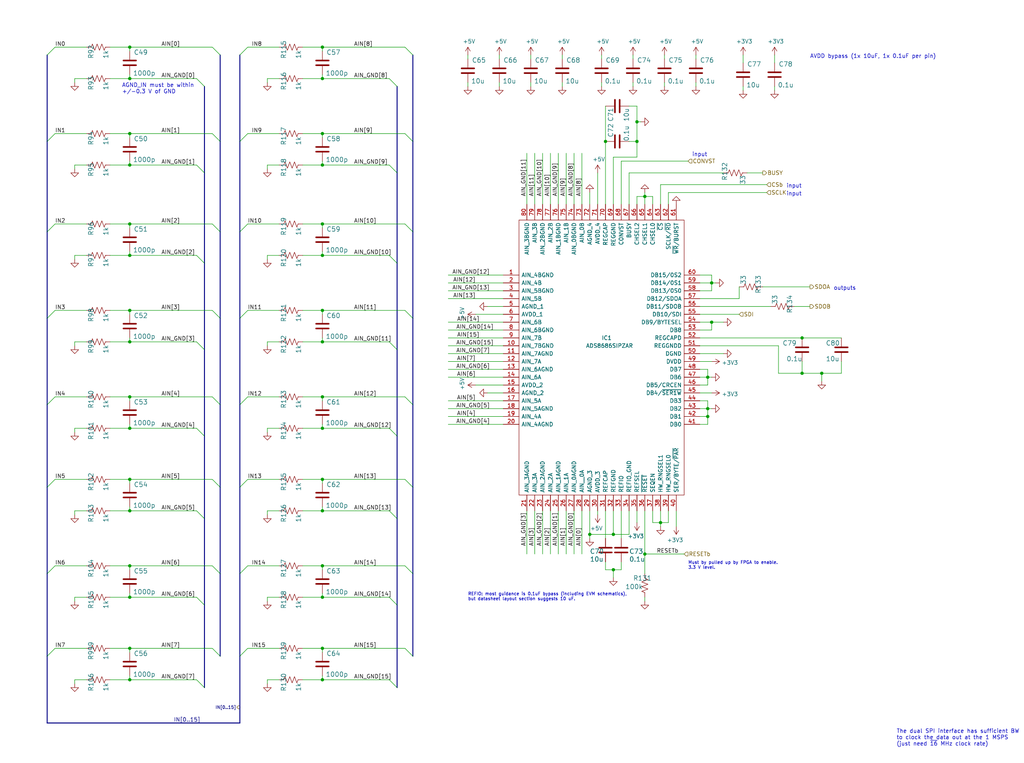
<source format=kicad_sch>
(kicad_sch (version 20211123) (generator eeschema)
  (paper "User" 330.784 246.558)
  (junction (at 104.14 82.55))
  (junction (at 104.14 15.24))
  (junction (at 41.91 72.39))
  (junction (at 198.12 184.15))
  (junction (at 41.91 209.55))
  (junction (at 104.14 43.18))
  (junction (at 41.91 53.34))
  (junction (at 104.14 154.94))
  (junction (at 104.14 72.39))
  (junction (at 41.91 110.49))
  (junction (at 104.14 209.55))
  (junction (at 228.6 132.08))
  (junction (at 41.91 43.18))
  (junction (at 104.14 25.4))
  (junction (at 104.14 128.27))
  (junction (at 104.14 53.34))
  (junction (at 259.08 109.22))
  (junction (at 205.74 45.72))
  (junction (at 41.91 15.24))
  (junction (at 104.14 165.1))
  (junction (at 104.14 193.04))
  (junction (at 41.91 25.4))
  (junction (at 208.28 63.5))
  (junction (at 229.87 91.44))
  (junction (at 190.5 172.72))
  (junction (at 41.91 165.1))
  (junction (at 265.43 120.65))
  (junction (at 104.14 100.33))
  (junction (at 259.08 120.65))
  (junction (at 41.91 138.43))
  (junction (at 104.14 138.43))
  (junction (at 213.36 168.91))
  (junction (at 195.58 45.72))
  (junction (at 104.14 110.49))
  (junction (at 208.28 179.07))
  (junction (at 104.14 219.71))
  (junction (at 41.91 128.27))
  (junction (at 41.91 182.88))
  (junction (at 41.91 154.94))
  (junction (at 205.74 39.37))
  (junction (at 104.14 182.88))
  (junction (at 41.91 100.33))
  (junction (at 41.91 219.71))
  (junction (at 198.12 172.72))
  (junction (at 228.6 134.62))
  (junction (at 41.91 193.04))
  (junction (at 229.87 104.14))
  (junction (at 228.6 121.92))
  (junction (at 41.91 82.55))
  (bus_entry (at 130.81 128.27) (size 2.54 2.54))
  (bus_entry (at 63.5 138.43) (size 2.54 2.54))
  (bus_entry (at 17.78 154.94) (size -2.54 2.54))
  (bus_entry (at 63.5 82.55) (size 2.54 2.54))
  (bus_entry (at 68.58 15.24) (size 2.54 2.54))
  (bus_entry (at 130.81 72.39) (size 2.54 2.54))
  (bus_entry (at 63.5 53.34) (size 2.54 2.54))
  (bus_entry (at 125.73 165.1) (size 2.54 2.54))
  (bus_entry (at 68.58 72.39) (size 2.54 2.54))
  (bus_entry (at 17.78 15.24) (size -2.54 2.54))
  (bus_entry (at 130.81 182.88) (size 2.54 2.54))
  (bus_entry (at 125.73 53.34) (size 2.54 2.54))
  (bus_entry (at 17.78 43.18) (size -2.54 2.54))
  (bus_entry (at 17.78 209.55) (size -2.54 2.54))
  (bus_entry (at 125.73 193.04) (size 2.54 2.54))
  (bus_entry (at 17.78 128.27) (size -2.54 2.54))
  (bus_entry (at 80.01 128.27) (size -2.54 2.54))
  (bus_entry (at 68.58 182.88) (size 2.54 2.54))
  (bus_entry (at 125.73 25.4) (size 2.54 2.54))
  (bus_entry (at 63.5 110.49) (size 2.54 2.54))
  (bus_entry (at 80.01 154.94) (size -2.54 2.54))
  (bus_entry (at 130.81 209.55) (size 2.54 2.54))
  (bus_entry (at 68.58 209.55) (size 2.54 2.54))
  (bus_entry (at 130.81 15.24) (size 2.54 2.54))
  (bus_entry (at 63.5 219.71) (size 2.54 2.54))
  (bus_entry (at 17.78 182.88) (size -2.54 2.54))
  (bus_entry (at 63.5 165.1) (size 2.54 2.54))
  (bus_entry (at 80.01 72.39) (size -2.54 2.54))
  (bus_entry (at 80.01 100.33) (size -2.54 2.54))
  (bus_entry (at 80.01 43.18) (size -2.54 2.54))
  (bus_entry (at 125.73 219.71) (size 2.54 2.54))
  (bus_entry (at 17.78 72.39) (size -2.54 2.54))
  (bus_entry (at 68.58 128.27) (size 2.54 2.54))
  (bus_entry (at 80.01 209.55) (size -2.54 2.54))
  (bus_entry (at 80.01 15.24) (size -2.54 2.54))
  (bus_entry (at 63.5 25.4) (size 2.54 2.54))
  (bus_entry (at 63.5 193.04) (size 2.54 2.54))
  (bus_entry (at 17.78 100.33) (size -2.54 2.54))
  (bus_entry (at 130.81 154.94) (size 2.54 2.54))
  (bus_entry (at 125.73 82.55) (size 2.54 2.54))
  (bus_entry (at 68.58 43.18) (size 2.54 2.54))
  (bus_entry (at 68.58 100.33) (size 2.54 2.54))
  (bus_entry (at 125.73 138.43) (size 2.54 2.54))
  (bus_entry (at 130.81 100.33) (size 2.54 2.54))
  (bus_entry (at 125.73 110.49) (size 2.54 2.54))
  (bus_entry (at 80.01 182.88) (size -2.54 2.54))
  (bus_entry (at 130.81 43.18) (size 2.54 2.54))
  (bus_entry (at 68.58 154.94) (size 2.54 2.54))
  (wire (pts (xy 41.91 100.33) (xy 68.58 100.33)))
  (wire (pts (xy 104.14 82.55) (xy 125.73 82.55)))
  (wire (pts (xy 41.91 193.04) (xy 63.5 193.04)))
  (wire (pts (xy 17.78 209.55) (xy 27.94 209.55)))
  (wire (pts (xy 41.91 72.39) (xy 35.56 72.39)))
  (wire (pts (xy 229.87 91.44) (xy 229.87 88.9)))
  (wire (pts (xy 104.14 128.27) (xy 97.79 128.27)))
  (wire (pts (xy 41.91 15.24) (xy 68.58 15.24)))
  (bus (pts (xy 15.24 212.09) (xy 15.24 233.68)))
  (wire (pts (xy 41.91 72.39) (xy 68.58 72.39)))
  (wire (pts (xy 238.76 92.71) (xy 238.76 96.52)))
  (wire (pts (xy 208.28 62.23) (xy 208.28 63.5)))
  (wire (pts (xy 182.88 165.1) (xy 182.88 179.07)))
  (wire (pts (xy 104.14 73.66) (xy 104.14 72.39)))
  (wire (pts (xy 203.2 55.88) (xy 233.68 55.88)))
  (wire (pts (xy 229.87 127) (xy 226.06 127)))
  (wire (pts (xy 215.9 66.04) (xy 215.9 62.23)))
  (wire (pts (xy 198.12 165.1) (xy 198.12 172.72)))
  (wire (pts (xy 41.91 184.15) (xy 41.91 182.88)))
  (wire (pts (xy 259.08 109.22) (xy 271.78 109.22)))
  (bus (pts (xy 15.24 45.72) (xy 15.24 74.93)))
  (wire (pts (xy 24.13 83.82) (xy 24.13 82.55)))
  (wire (pts (xy 41.91 43.18) (xy 68.58 43.18)))
  (wire (pts (xy 177.8 165.1) (xy 177.8 179.07)))
  (wire (pts (xy 24.13 193.04) (xy 27.94 193.04)))
  (wire (pts (xy 208.28 63.5) (xy 210.82 63.5)))
  (wire (pts (xy 35.56 110.49) (xy 41.91 110.49)))
  (wire (pts (xy 86.36 138.43) (xy 90.17 138.43)))
  (wire (pts (xy 86.36 83.82) (xy 86.36 82.55)))
  (wire (pts (xy 210.82 165.1) (xy 210.82 168.91)))
  (wire (pts (xy 190.5 62.23) (xy 190.5 66.04)))
  (wire (pts (xy 104.14 25.4) (xy 125.73 25.4)))
  (wire (pts (xy 41.91 138.43) (xy 63.5 138.43)))
  (bus (pts (xy 128.27 113.03) (xy 128.27 140.97)))
  (bus (pts (xy 71.12 45.72) (xy 71.12 74.93)))
  (wire (pts (xy 200.66 66.04) (xy 200.66 52.07)))
  (wire (pts (xy 41.91 73.66) (xy 41.91 72.39)))
  (wire (pts (xy 104.14 210.82) (xy 104.14 209.55)))
  (wire (pts (xy 229.87 88.9) (xy 226.06 88.9)))
  (wire (pts (xy 208.28 179.07) (xy 208.28 165.1)))
  (wire (pts (xy 162.56 129.54) (xy 144.78 129.54)))
  (bus (pts (xy 128.27 27.94) (xy 128.27 55.88)))
  (wire (pts (xy 86.36 25.4) (xy 90.17 25.4)))
  (bus (pts (xy 77.47 17.78) (xy 77.47 45.72)))
  (bus (pts (xy 77.47 185.42) (xy 77.47 212.09)))
  (wire (pts (xy 203.2 45.72) (xy 205.74 45.72)))
  (wire (pts (xy 213.36 66.04) (xy 213.36 59.69)))
  (bus (pts (xy 128.27 55.88) (xy 128.27 85.09)))
  (wire (pts (xy 104.14 44.45) (xy 104.14 43.18)))
  (bus (pts (xy 71.12 17.78) (xy 71.12 45.72)))
  (wire (pts (xy 104.14 193.04) (xy 125.73 193.04)))
  (wire (pts (xy 35.56 82.55) (xy 41.91 82.55)))
  (bus (pts (xy 77.47 157.48) (xy 77.47 185.42)))
  (wire (pts (xy 228.6 124.46) (xy 228.6 121.92)))
  (wire (pts (xy 80.01 128.27) (xy 90.17 128.27)))
  (wire (pts (xy 41.91 101.6) (xy 41.91 100.33)))
  (wire (pts (xy 214.63 26.67) (xy 214.63 27.94)))
  (wire (pts (xy 233.68 114.3) (xy 226.06 114.3)))
  (bus (pts (xy 133.35 17.78) (xy 133.35 45.72)))
  (wire (pts (xy 226.06 119.38) (xy 228.6 119.38)))
  (wire (pts (xy 17.78 128.27) (xy 27.94 128.27)))
  (wire (pts (xy 193.04 55.88) (xy 193.04 66.04)))
  (wire (pts (xy 24.13 166.37) (xy 24.13 165.1)))
  (bus (pts (xy 66.04 113.03) (xy 66.04 140.97)))
  (wire (pts (xy 86.36 54.61) (xy 86.36 53.34)))
  (wire (pts (xy 233.68 104.14) (xy 229.87 104.14)))
  (wire (pts (xy 80.01 72.39) (xy 90.17 72.39)))
  (wire (pts (xy 104.14 209.55) (xy 97.79 209.55)))
  (wire (pts (xy 213.36 168.91) (xy 215.9 168.91)))
  (wire (pts (xy 151.13 19.05) (xy 151.13 17.78)))
  (bus (pts (xy 71.12 102.87) (xy 71.12 130.81)))
  (wire (pts (xy 153.67 101.6) (xy 162.56 101.6)))
  (wire (pts (xy 35.56 25.4) (xy 41.91 25.4)))
  (wire (pts (xy 80.01 43.18) (xy 90.17 43.18)))
  (wire (pts (xy 265.43 123.19) (xy 265.43 120.65)))
  (bus (pts (xy 77.47 212.09) (xy 77.47 233.68)))
  (wire (pts (xy 251.46 120.65) (xy 259.08 120.65)))
  (wire (pts (xy 97.79 53.34) (xy 104.14 53.34)))
  (wire (pts (xy 104.14 43.18) (xy 97.79 43.18)))
  (wire (pts (xy 104.14 165.1) (xy 104.14 163.83)))
  (wire (pts (xy 104.14 15.24) (xy 97.79 15.24)))
  (wire (pts (xy 240.03 17.78) (xy 240.03 20.32)))
  (wire (pts (xy 208.28 179.07) (xy 220.98 179.07)))
  (wire (pts (xy 205.74 168.91) (xy 205.74 165.1)))
  (wire (pts (xy 162.56 124.46) (xy 153.67 124.46)))
  (wire (pts (xy 41.91 193.04) (xy 41.91 191.77)))
  (wire (pts (xy 226.06 111.76) (xy 251.46 111.76)))
  (wire (pts (xy 226.06 134.62) (xy 228.6 134.62)))
  (wire (pts (xy 104.14 43.18) (xy 130.81 43.18)))
  (wire (pts (xy 208.28 194.31) (xy 208.28 193.04)))
  (wire (pts (xy 187.96 49.53) (xy 187.96 66.04)))
  (wire (pts (xy 17.78 43.18) (xy 27.94 43.18)))
  (bus (pts (xy 15.24 102.87) (xy 15.24 130.81)))
  (wire (pts (xy 198.12 184.15) (xy 200.66 184.15)))
  (wire (pts (xy 259.08 120.65) (xy 265.43 120.65)))
  (wire (pts (xy 41.91 182.88) (xy 35.56 182.88)))
  (wire (pts (xy 229.87 104.14) (xy 226.06 104.14)))
  (wire (pts (xy 229.87 116.84) (xy 226.06 116.84)))
  (wire (pts (xy 205.74 63.5) (xy 208.28 63.5)))
  (wire (pts (xy 35.56 193.04) (xy 41.91 193.04)))
  (wire (pts (xy 224.79 17.78) (xy 224.79 19.05)))
  (wire (pts (xy 162.56 119.38) (xy 144.78 119.38)))
  (bus (pts (xy 133.35 45.72) (xy 133.35 74.93)))
  (wire (pts (xy 187.96 165.1) (xy 187.96 179.07)))
  (wire (pts (xy 162.56 109.22) (xy 144.78 109.22)))
  (wire (pts (xy 24.13 53.34) (xy 27.94 53.34)))
  (wire (pts (xy 271.78 120.65) (xy 271.78 116.84)))
  (wire (pts (xy 195.58 45.72) (xy 195.58 66.04)))
  (wire (pts (xy 231.14 91.44) (xy 229.87 91.44)))
  (wire (pts (xy 41.91 128.27) (xy 35.56 128.27)))
  (wire (pts (xy 104.14 182.88) (xy 130.81 182.88)))
  (wire (pts (xy 240.03 27.94) (xy 240.03 29.21)))
  (wire (pts (xy 86.36 110.49) (xy 90.17 110.49)))
  (wire (pts (xy 205.74 66.04) (xy 205.74 63.5)))
  (wire (pts (xy 97.79 193.04) (xy 104.14 193.04)))
  (wire (pts (xy 205.74 34.29) (xy 203.2 34.29)))
  (wire (pts (xy 151.13 26.67) (xy 151.13 27.94)))
  (wire (pts (xy 182.88 66.04) (xy 182.88 49.53)))
  (wire (pts (xy 104.14 72.39) (xy 97.79 72.39)))
  (bus (pts (xy 133.35 157.48) (xy 133.35 185.42)))
  (wire (pts (xy 175.26 165.1) (xy 175.26 179.07)))
  (wire (pts (xy 198.12 186.69) (xy 198.12 184.15)))
  (wire (pts (xy 228.6 119.38) (xy 228.6 121.92)))
  (wire (pts (xy 185.42 66.04) (xy 185.42 49.53)))
  (wire (pts (xy 24.13 26.67) (xy 24.13 25.4)))
  (wire (pts (xy 181.61 17.78) (xy 181.61 19.05)))
  (wire (pts (xy 104.14 16.51) (xy 104.14 15.24)))
  (bus (pts (xy 128.27 195.58) (xy 128.27 222.25)))
  (wire (pts (xy 162.56 114.3) (xy 144.78 114.3)))
  (wire (pts (xy 104.14 193.04) (xy 104.14 191.77)))
  (wire (pts (xy 86.36 82.55) (xy 90.17 82.55)))
  (wire (pts (xy 229.87 93.98) (xy 226.06 93.98)))
  (wire (pts (xy 80.01 154.94) (xy 90.17 154.94)))
  (wire (pts (xy 198.12 50.8) (xy 205.74 50.8)))
  (bus (pts (xy 128.27 85.09) (xy 128.27 113.03)))
  (wire (pts (xy 86.36 111.76) (xy 86.36 110.49)))
  (wire (pts (xy 24.13 82.55) (xy 27.94 82.55)))
  (wire (pts (xy 195.58 165.1) (xy 195.58 173.99)))
  (wire (pts (xy 259.08 116.84) (xy 259.08 120.65)))
  (wire (pts (xy 162.56 132.08) (xy 144.78 132.08)))
  (wire (pts (xy 256.54 99.06) (xy 261.62 99.06)))
  (bus (pts (xy 77.47 74.93) (xy 77.47 102.87)))
  (wire (pts (xy 41.91 129.54) (xy 41.91 128.27)))
  (wire (pts (xy 80.01 182.88) (xy 90.17 182.88)))
  (wire (pts (xy 86.36 219.71) (xy 90.17 219.71)))
  (wire (pts (xy 104.14 209.55) (xy 130.81 209.55)))
  (wire (pts (xy 250.19 17.78) (xy 250.19 20.32)))
  (wire (pts (xy 171.45 26.67) (xy 171.45 27.94)))
  (wire (pts (xy 104.14 110.49) (xy 104.14 109.22)))
  (wire (pts (xy 104.14 101.6) (xy 104.14 100.33)))
  (wire (pts (xy 208.28 63.5) (xy 208.28 66.04)))
  (wire (pts (xy 41.91 25.4) (xy 41.91 24.13)))
  (wire (pts (xy 104.14 100.33) (xy 130.81 100.33)))
  (wire (pts (xy 203.2 66.04) (xy 203.2 55.88)))
  (bus (pts (xy 133.35 102.87) (xy 133.35 130.81)))
  (wire (pts (xy 97.79 82.55) (xy 104.14 82.55)))
  (wire (pts (xy 226.06 109.22) (xy 259.08 109.22)))
  (wire (pts (xy 162.56 104.14) (xy 144.78 104.14)))
  (wire (pts (xy 228.6 132.08) (xy 229.87 132.08)))
  (wire (pts (xy 24.13 138.43) (xy 27.94 138.43)))
  (wire (pts (xy 215.9 62.23) (xy 247.65 62.23)))
  (wire (pts (xy 226.06 106.68) (xy 229.87 106.68)))
  (wire (pts (xy 177.8 66.04) (xy 177.8 49.53)))
  (wire (pts (xy 104.14 53.34) (xy 125.73 53.34)))
  (wire (pts (xy 172.72 66.04) (xy 172.72 49.53)))
  (wire (pts (xy 24.13 54.61) (xy 24.13 53.34)))
  (wire (pts (xy 193.04 165.1) (xy 193.04 166.37)))
  (wire (pts (xy 104.14 154.94) (xy 130.81 154.94)))
  (bus (pts (xy 71.12 130.81) (xy 71.12 157.48)))
  (bus (pts (xy 66.04 195.58) (xy 66.04 222.25)))
  (wire (pts (xy 162.56 96.52) (xy 144.78 96.52)))
  (wire (pts (xy 228.6 121.92) (xy 226.06 121.92)))
  (wire (pts (xy 215.9 168.91) (xy 215.9 165.1)))
  (bus (pts (xy 66.04 85.09) (xy 66.04 113.03)))
  (wire (pts (xy 195.58 181.61) (xy 195.58 184.15)))
  (wire (pts (xy 80.01 209.55) (xy 90.17 209.55)))
  (wire (pts (xy 41.91 165.1) (xy 63.5 165.1)))
  (wire (pts (xy 180.34 66.04) (xy 180.34 49.53)))
  (wire (pts (xy 210.82 168.91) (xy 213.36 168.91)))
  (wire (pts (xy 171.45 19.05) (xy 171.45 17.78)))
  (wire (pts (xy 226.06 124.46) (xy 228.6 124.46)))
  (wire (pts (xy 104.14 138.43) (xy 104.14 137.16)))
  (wire (pts (xy 104.14 182.88) (xy 97.79 182.88)))
  (wire (pts (xy 229.87 121.92) (xy 228.6 121.92)))
  (wire (pts (xy 198.12 66.04) (xy 198.12 50.8)))
  (bus (pts (xy 133.35 130.81) (xy 133.35 157.48)))
  (wire (pts (xy 185.42 165.1) (xy 185.42 179.07)))
  (wire (pts (xy 162.56 134.62) (xy 144.78 134.62)))
  (wire (pts (xy 104.14 184.15) (xy 104.14 182.88)))
  (wire (pts (xy 162.56 137.16) (xy 144.78 137.16)))
  (wire (pts (xy 198.12 172.72) (xy 203.2 172.72)))
  (wire (pts (xy 41.91 110.49) (xy 63.5 110.49)))
  (wire (pts (xy 162.56 88.9) (xy 144.78 88.9)))
  (wire (pts (xy 205.74 50.8) (xy 205.74 45.72)))
  (wire (pts (xy 24.13 165.1) (xy 27.94 165.1)))
  (wire (pts (xy 228.6 137.16) (xy 226.06 137.16)))
  (wire (pts (xy 80.01 100.33) (xy 90.17 100.33)))
  (wire (pts (xy 97.79 165.1) (xy 104.14 165.1)))
  (wire (pts (xy 41.91 43.18) (xy 35.56 43.18)))
  (wire (pts (xy 250.19 29.21) (xy 250.19 27.94)))
  (wire (pts (xy 228.6 132.08) (xy 228.6 134.62)))
  (wire (pts (xy 41.91 53.34) (xy 41.91 52.07)))
  (wire (pts (xy 24.13 220.98) (xy 24.13 219.71)))
  (wire (pts (xy 41.91 165.1) (xy 41.91 163.83)))
  (bus (pts (xy 128.27 167.64) (xy 128.27 195.58)))
  (wire (pts (xy 86.36 194.31) (xy 86.36 193.04)))
  (wire (pts (xy 218.44 170.18) (xy 218.44 165.1)))
  (wire (pts (xy 41.91 53.34) (xy 63.5 53.34)))
  (wire (pts (xy 203.2 172.72) (xy 203.2 165.1)))
  (wire (pts (xy 41.91 154.94) (xy 68.58 154.94)))
  (wire (pts (xy 35.56 165.1) (xy 41.91 165.1)))
  (wire (pts (xy 190.5 172.72) (xy 190.5 165.1)))
  (bus (pts (xy 133.35 185.42) (xy 133.35 212.09)))
  (bus (pts (xy 15.24 185.42) (xy 15.24 212.09)))
  (wire (pts (xy 180.34 165.1) (xy 180.34 179.07)))
  (wire (pts (xy 162.56 121.92) (xy 144.78 121.92)))
  (wire (pts (xy 246.38 92.71) (xy 261.62 92.71)))
  (wire (pts (xy 17.78 72.39) (xy 27.94 72.39)))
  (wire (pts (xy 41.91 138.43) (xy 41.91 137.16)))
  (wire (pts (xy 41.91 110.49) (xy 41.91 109.22)))
  (wire (pts (xy 200.66 52.07) (xy 222.25 52.07)))
  (wire (pts (xy 41.91 154.94) (xy 35.56 154.94)))
  (wire (pts (xy 24.13 110.49) (xy 27.94 110.49)))
  (bus (pts (xy 66.04 140.97) (xy 66.04 167.64)))
  (bus (pts (xy 77.47 102.87) (xy 77.47 130.81)))
  (bus (pts (xy 66.04 27.94) (xy 66.04 55.88)))
  (wire (pts (xy 104.14 138.43) (xy 125.73 138.43)))
  (wire (pts (xy 86.36 193.04) (xy 90.17 193.04)))
  (wire (pts (xy 226.06 101.6) (xy 238.76 101.6)))
  (wire (pts (xy 41.91 209.55) (xy 68.58 209.55)))
  (wire (pts (xy 104.14 15.24) (xy 130.81 15.24)))
  (wire (pts (xy 228.6 129.54) (xy 228.6 132.08)))
  (wire (pts (xy 213.36 170.18) (xy 213.36 168.91)))
  (wire (pts (xy 204.47 27.94) (xy 204.47 26.67)))
  (wire (pts (xy 104.14 219.71) (xy 104.14 218.44)))
  (bus (pts (xy 15.24 74.93) (xy 15.24 102.87)))
  (wire (pts (xy 104.14 110.49) (xy 125.73 110.49)))
  (wire (pts (xy 210.82 63.5) (xy 210.82 66.04)))
  (wire (pts (xy 41.91 219.71) (xy 63.5 219.71)))
  (bus (pts (xy 71.12 157.48) (xy 71.12 185.42)))
  (wire (pts (xy 41.91 156.21) (xy 41.91 154.94)))
  (wire (pts (xy 200.66 165.1) (xy 200.66 173.99)))
  (wire (pts (xy 104.14 219.71) (xy 125.73 219.71)))
  (wire (pts (xy 86.36 165.1) (xy 90.17 165.1)))
  (bus (pts (xy 15.24 130.81) (xy 15.24 157.48)))
  (wire (pts (xy 35.56 138.43) (xy 41.91 138.43)))
  (wire (pts (xy 170.18 66.04) (xy 170.18 49.53)))
  (wire (pts (xy 86.36 139.7) (xy 86.36 138.43)))
  (wire (pts (xy 17.78 182.88) (xy 27.94 182.88)))
  (wire (pts (xy 194.31 19.05) (xy 194.31 17.78)))
  (wire (pts (xy 208.28 179.07) (xy 208.28 185.42)))
  (wire (pts (xy 190.5 173.99) (xy 190.5 172.72)))
  (wire (pts (xy 162.56 106.68) (xy 144.78 106.68)))
  (wire (pts (xy 226.06 129.54) (xy 228.6 129.54)))
  (wire (pts (xy 265.43 120.65) (xy 271.78 120.65)))
  (wire (pts (xy 41.91 82.55) (xy 63.5 82.55)))
  (wire (pts (xy 97.79 219.71) (xy 104.14 219.71)))
  (wire (pts (xy 104.14 128.27) (xy 130.81 128.27)))
  (bus (pts (xy 66.04 167.64) (xy 66.04 195.58)))
  (wire (pts (xy 104.14 53.34) (xy 104.14 52.07)))
  (wire (pts (xy 17.78 154.94) (xy 27.94 154.94)))
  (wire (pts (xy 175.26 66.04) (xy 175.26 49.53)))
  (wire (pts (xy 226.06 91.44) (xy 229.87 91.44)))
  (wire (pts (xy 226.06 132.08) (xy 228.6 132.08)))
  (wire (pts (xy 213.36 59.69) (xy 247.65 59.69)))
  (wire (pts (xy 24.13 219.71) (xy 27.94 219.71)))
  (wire (pts (xy 80.01 15.24) (xy 90.17 15.24)))
  (wire (pts (xy 226.06 99.06) (xy 248.92 99.06)))
  (wire (pts (xy 205.74 45.72) (xy 205.74 39.37)))
  (wire (pts (xy 97.79 138.43) (xy 104.14 138.43)))
  (wire (pts (xy 207.01 39.37) (xy 205.74 39.37)))
  (bus (pts (xy 71.12 74.93) (xy 71.12 102.87)))
  (bus (pts (xy 66.04 55.88) (xy 66.04 85.09)))
  (wire (pts (xy 104.14 100.33) (xy 97.79 100.33)))
  (wire (pts (xy 229.87 106.68) (xy 229.87 104.14)))
  (wire (pts (xy 204.47 19.05) (xy 204.47 17.78)))
  (wire (pts (xy 213.36 165.1) (xy 213.36 168.91)))
  (wire (pts (xy 161.29 27.94) (xy 161.29 26.67)))
  (wire (pts (xy 17.78 15.24) (xy 27.94 15.24)))
  (wire (pts (xy 41.91 44.45) (xy 41.91 43.18)))
  (wire (pts (xy 35.56 53.34) (xy 41.91 53.34)))
  (bus (pts (xy 133.35 74.93) (xy 133.35 102.87)))
  (wire (pts (xy 228.6 134.62) (xy 228.6 137.16)))
  (wire (pts (xy 251.46 111.76) (xy 251.46 120.65)))
  (wire (pts (xy 97.79 110.49) (xy 104.14 110.49)))
  (wire (pts (xy 181.61 26.67) (xy 181.61 27.94)))
  (wire (pts (xy 86.36 166.37) (xy 86.36 165.1)))
  (bus (pts (xy 77.47 130.81) (xy 77.47 157.48)))
  (wire (pts (xy 41.91 100.33) (xy 35.56 100.33)))
  (wire (pts (xy 195.58 184.15) (xy 198.12 184.15)))
  (wire (pts (xy 104.14 82.55) (xy 104.14 81.28)))
  (wire (pts (xy 200.66 181.61) (xy 200.66 184.15)))
  (wire (pts (xy 241.3 55.88) (xy 246.38 55.88)))
  (wire (pts (xy 104.14 156.21) (xy 104.14 154.94)))
  (wire (pts (xy 17.78 100.33) (xy 27.94 100.33)))
  (wire (pts (xy 41.91 82.55) (xy 41.91 81.28)))
  (wire (pts (xy 190.5 172.72) (xy 198.12 172.72)))
  (wire (pts (xy 86.36 53.34) (xy 90.17 53.34)))
  (wire (pts (xy 24.13 139.7) (xy 24.13 138.43)))
  (wire (pts (xy 41.91 182.88) (xy 68.58 182.88)))
  (wire (pts (xy 104.14 129.54) (xy 104.14 128.27)))
  (wire (pts (xy 195.58 45.72) (xy 195.58 34.29)))
  (wire (pts (xy 104.14 72.39) (xy 130.81 72.39)))
  (wire (pts (xy 97.79 25.4) (xy 104.14 25.4)))
  (wire (pts (xy 41.91 219.71) (xy 41.91 218.44)))
  (wire (pts (xy 224.79 26.67) (xy 224.79 27.94)))
  (wire (pts (xy 162.56 116.84) (xy 144.78 116.84)))
  (wire (pts (xy 170.18 165.1) (xy 170.18 179.07)))
  (wire (pts (xy 35.56 219.71) (xy 41.91 219.71)))
  (bus (pts (xy 77.47 233.68) (xy 15.24 233.68)))
  (wire (pts (xy 24.13 110.49) (xy 24.13 111.76)))
  (bus (pts (xy 15.24 157.48) (xy 15.24 185.42)))
  (wire (pts (xy 86.36 220.98) (xy 86.36 219.71)))
  (bus (pts (xy 71.12 185.42) (xy 71.12 212.09)))
  (wire (pts (xy 205.74 39.37) (xy 205.74 34.29)))
  (wire (pts (xy 162.56 111.76) (xy 144.78 111.76)))
  (bus (pts (xy 15.24 17.78) (xy 15.24 45.72)))
  (wire (pts (xy 41.91 16.51) (xy 41.91 15.24)))
  (wire (pts (xy 157.48 99.06) (xy 162.56 99.06)))
  (wire (pts (xy 157.48 127) (xy 162.56 127)))
  (wire (pts (xy 41.91 210.82) (xy 41.91 209.55)))
  (wire (pts (xy 226.06 96.52) (xy 238.76 96.52)))
  (wire (pts (xy 24.13 194.31) (xy 24.13 193.04)))
  (wire (pts (xy 41.91 128.27) (xy 68.58 128.27)))
  (wire (pts (xy 162.56 91.44) (xy 144.78 91.44)))
  (wire (pts (xy 104.14 25.4) (xy 104.14 24.13)))
  (wire (pts (xy 41.91 25.4) (xy 63.5 25.4)))
  (wire (pts (xy 86.36 26.67) (xy 86.36 25.4)))
  (wire (pts (xy 172.72 165.1) (xy 172.72 179.07)))
  (bus (pts (xy 128.27 140.97) (xy 128.27 167.64)))
  (wire (pts (xy 162.56 93.98) (xy 144.78 93.98)))
  (wire (pts (xy 161.29 19.05) (xy 161.29 17.78)))
  (wire (pts (xy 104.14 165.1) (xy 125.73 165.1)))
  (wire (pts (xy 229.87 91.44) (xy 229.87 93.98)))
  (wire (pts (xy 214.63 19.05) (xy 214.63 17.78)))
  (wire (pts (xy 41.91 209.55) (xy 35.56 209.55)))
  (wire (pts (xy 24.13 25.4) (xy 27.94 25.4)))
  (bus (pts (xy 77.47 45.72) (xy 77.47 74.93)))
  (wire (pts (xy 104.14 154.94) (xy 97.79 154.94)))
  (wire (pts (xy 41.91 15.24) (xy 35.56 15.24)))
  (wire (pts (xy 194.31 26.67) (xy 194.31 27.94)))
  (text "Must by pulled up by FPGA to enable.\n3.3 V level." (at 222.25 184.15 0) (effects (font (size 0.9906 0.9906)) (justify left bottom)))
  (text "outputs" (at 269.24 93.98 0) (effects (font (size 1.27 1.27)) (justify left bottom)))
  (text "input" (at 223.52 50.8 0) (effects (font (size 1.27 1.27)) (justify left bottom)))
  (text "AGND_IN must be within \n+/-0.3 V of GND" (at 39.37 30.48 0) (effects (font (size 1.27 1.27)) (justify left bottom)))
  (text "AVDD bypass (1x 10uF, 1x 0.1uF per pin)" (at 261.62 19.05 0) (effects (font (size 1.27 1.27)) (justify left bottom)))
  (text "input" (at 254 63.5 0) (effects (font (size 1.27 1.27)) (justify left bottom)))
  (text "input" (at 254 60.96 0) (effects (font (size 1.27 1.27)) (justify left bottom)))
  (text "The dual SPI interface has sufficient BW \nto clock the data out at the 1 MSPS \n(just need ~{16} MHz clock rate)" (at 289.56 241.3 0) (effects (font (size 1.27 1.27)) (justify left bottom)))
  (text "REFIO: most guidance is 0.1uF bypass (including EVM schematics), \nbut datasheet layout section suggests 10 uF." (at 151.13 194.31 0) (effects (font (size 0.9906 0.9906)) (justify left bottom)))
  (label "IN5" (at 17.78 154.94 0))
  (label "AIN_GND[13]" (at 114.3 165.1 0))
  (label "AIN_GND[14]" (at 114.3 193.04 0))
  (label "AIN[11]" (at 114.3 100.33 0))
  (label "AIN_GND[12]" (at 114.3 138.43 0))
  (label "AIN_GND[11]" (at 114.3 110.49 0))
  (label "AIN[14]" (at 154.94 104.14 180))
  (label "IN3" (at 17.78 100.33 0))
  (label "AIN[2]" (at 52.07 72.39 0))
  (label "RESETb" (at 212.09 179.07 0))
  (label "IN4" (at 17.78 128.27 0))
  (label "AIN_GND[5]" (at 147.32 132.08 0))
  (label "AIN_GND[2]" (at 175.26 176.53 90))
  (label "AIN[2]" (at 177.8 176.53 90))
  (label "AIN[8]" (at 187.96 63.5 90))
  (label "AIN_GND[4]" (at 52.07 138.43 0))
  (label "AIN_GND[12]" (at 146.05 88.9 0))
  (label "AIN[8]" (at 114.3 15.24 0))
  (label "IN6" (at 17.78 182.88 0))
  (label "AIN_GND[15]" (at 147.32 111.76 0))
  (label "IN13" (at 80.01 154.94 0))
  (label "AIN_GND[15]" (at 114.3 219.71 0))
  (label "AIN[6]" (at 52.07 182.88 0))
  (label "AIN[13]" (at 114.3 154.94 0))
  (label "IN12" (at 80.01 128.27 0))
  (label "AIN_GND[6]" (at 52.07 193.04 0))
  (label "AIN[0]" (at 52.07 15.24 0))
  (label "AIN[3]" (at 172.72 176.53 90))
  (label "IN11" (at 80.01 100.33 0))
  (label "AIN_GND[3]" (at 170.18 176.53 90))
  (label "AIN[4]" (at 153.67 134.62 180))
  (label "AIN_GND[14]" (at 147.32 106.68 0))
  (label "AIN[4]" (at 52.07 128.27 0))
  (label "AIN_GND[10]" (at 114.3 82.55 0))
  (label "AIN[9]" (at 114.3 43.18 0))
  (label "AIN[11]" (at 172.72 63.5 90))
  (label "AIN_GND[6]" (at 147.32 119.38 0))
  (label "AIN[5]" (at 153.67 129.54 180))
  (label "AIN[9]" (at 182.88 63.5 90))
  (label "AIN[12]" (at 153.67 91.44 180))
  (label "AIN[0]" (at 187.96 176.53 90))
  (label "AIN_GND[9]" (at 180.34 63.5 90))
  (label "AIN_GND[10]" (at 175.26 63.5 90))
  (label "AIN[5]" (at 52.07 154.94 0))
  (label "AIN[6]" (at 153.67 121.92 180))
  (label "IN0" (at 17.78 15.24 0))
  (label "AIN_GND[11]" (at 170.18 63.5 90))
  (label "AIN[1]" (at 182.88 176.53 90))
  (label "AIN_GND[2]" (at 52.07 82.55 0))
  (label "AIN_GND[5]" (at 52.07 165.1 0))
  (label "IN9" (at 81.28 43.18 0))
  (label "IN7" (at 17.78 209.55 0))
  (label "IN2" (at 17.78 72.39 0))
  (label "AIN_GND[9]" (at 114.3 53.34 0))
  (label "AIN_GND[0]" (at 52.07 25.4 0))
  (label "AIN[7]" (at 153.67 116.84 180))
  (label "AIN_GND[0]" (at 185.42 176.53 90))
  (label "IN[0..15]" (at 64.77 233.68 180))
  (label "IN10" (at 80.01 72.39 0))
  (label "AIN_GND[8]" (at 114.3 25.4 0))
  (label "IN15" (at 81.28 209.55 0))
  (label "AIN[10]" (at 114.3 72.39 0))
  (label "AIN[14]" (at 114.3 182.88 0))
  (label "IN14" (at 81.28 182.88 0))
  (label "AIN_GND[13]" (at 146.05 93.98 0))
  (label "AIN[15]" (at 154.94 109.22 180))
  (label "AIN[1]" (at 52.07 43.18 0))
  (label "AIN_GND[7]" (at 147.32 114.3 0))
  (label "AIN[13]" (at 153.67 96.52 180))
  (label "AIN_GND[3]" (at 52.07 110.49 0))
  (label "AIN[7]" (at 52.07 209.55 0))
  (label "AIN[3]" (at 52.07 100.33 0))
  (label "AIN_GND[1]" (at 180.34 176.53 90))
  (label "AIN[10]" (at 177.8 63.5 90))
  (label "IN1" (at 17.78 43.18 0))
  (label "IN8" (at 81.28 15.24 0))
  (label "AIN[12]" (at 114.3 128.27 0))
  (label "AIN[15]" (at 114.3 209.55 0))
  (label "AIN_GND[8]" (at 185.42 63.5 90))
  (label "AIN_GND[4]" (at 147.32 137.16 0))
  (label "AIN_GND[7]" (at 52.07 219.71 0))
  (label "AIN_GND[1]" (at 52.07 53.34 0))
  (hierarchical_label "IN[0..15]" (shape output) (at 77.47 228.6 180) (effects (font (size 0.9906 0.9906))))
  (hierarchical_label "CONVST" (shape input) (at 222.25 52.07 0))
  (hierarchical_label "SCLK" (shape input) (at 247.65 62.23 0))
  (hierarchical_label "RESETb" (shape input) (at 220.98 179.07 0))
  (hierarchical_label "SDI" (shape input) (at 238.76 101.6 0))
  (hierarchical_label "BUSY" (shape output) (at 246.38 55.88 0))
  (hierarchical_label "SDOA" (shape output) (at 261.62 92.71 0))
  (hierarchical_label "SDOB" (shape output) (at 261.62 99.06 0))
  (hierarchical_label "CSb" (shape input) (at 247.65 59.69 0))
  (symbol (lib_id "power:GND") (at 224.79 27.94 0) (unit 1)
    (property "Reference" "#GND0121" (effects hide))
    (property "Value" "GND" (effects hide))
  )
  (symbol (lib_id "covg-kicad:ADS8686SIPZAR") (at 162.56 88.9 0) (unit 1)
    (property "Reference" "IC1" (at 194.31 109.22 0) (effects (justify left)))
    (property "Value" "ADS8686SIPZAR" (at 189.23 111.76 0) (effects (justify left)))
    (property "Footprint" "Package_QFP:LQFP-80_14x14mm_P0.65mm" (effects hide))
    (property "Datasheet" "https://www.ti.com/lit/gpn/ADS8686S" (effects hide))
    (property "Description" "Analog to Digital Converters - ADC 16-channel 16-bit 1-MSPS dual simultaneous-sampling ADC with integrated analog front end (AFE)" (effects hide))
    (property "Height" "1.6" (effects hide))
    (property "Manf#" "ADS8686SIPZAR" (effects hide))
    (property "Manufacturer_Name" "Texas Instruments" (effects hide))
    (property "Manufacturer_Part_Number" "ADS8686SIPZAR" (effects hide))
    (property "Mouser Part Number" "595-ADS8686SIPZAR" (effects hide))
    (property "Mouser Price/Stock" "https://www.mouser.co.uk/ProductDetail/Texas-Instruments/ADS8686SIPZAR/?qs=xZ%2FP%252Ba9zWqahOWZgBjtpsg%3D%3D" (effects hide))
  )
  (symbol (lib_id "power:GND") (at 86.36 54.61 0) (unit 1)
    (property "Reference" "#GND0103" (effects hide))
    (property "Value" "GND" (effects hide))
  )
  (symbol (lib_id "power:GND") (at 86.36 83.82 0) (unit 1)
    (property "Reference" "#GND0104" (effects hide))
    (property "Value" "GND" (effects hide))
  )
  (symbol (lib_id "power:GND") (at 86.36 111.76 0) (unit 1)
    (property "Reference" "#GND0269" (effects hide))
    (property "Value" "GND" (effects hide))
  )
  (symbol (lib_id "power:GND") (at 86.36 139.7 0) (unit 1)
    (property "Reference" "#GND0270" (effects hide))
    (property "Value" "GND" (effects hide))
  )
  (symbol (lib_id "power:GND") (at 86.36 166.37 0) (unit 1)
    (property "Reference" "#GND0271" (effects hide))
    (property "Value" "GND" (effects hide))
  )
  (symbol (lib_id "power:GND") (at 86.36 194.31 0) (unit 1)
    (property "Reference" "#GND0272" (effects hide))
    (property "Value" "GND" (effects hide))
  )
  (symbol (lib_id "power:GND") (at 86.36 220.98 0) (unit 1)
    (property "Reference" "#GND0273" (effects hide))
    (property "Value" "GND" (effects hide))
  )
  (symbol (lib_id "Device:C") (at 204.47 22.86 0) (unit 1)
    (property "Reference" "C74" (at 205.74 20.32 0) (effects (font (size 1.4986 1.4986)) (justify left bottom)))
    (property "Value" "0.1u" (at 205.486 27.051 0) (effects (font (size 1.4986 1.4986)) (justify left bottom)))
    (property "Footprint" "Capacitor_SMD:C_0603_1608Metric" (effects hide))
    (property "Manf#" "CL10B104KA8NFNC" (effects hide))
    (property "Manufacturer_Name" "Samsung" (effects hide))
    (property "Tolerance" "10%" (effects hide))
    (property "voltage" "25" (effects hide))
  )
  (symbol (lib_id "Device:C") (at 214.63 22.86 0) (unit 1)
    (property "Reference" "C75" (at 215.9 20.32 0) (effects (font (size 1.4986 1.4986)) (justify left bottom)))
    (property "Value" "0.1u" (at 215.646 27.051 0) (effects (font (size 1.4986 1.4986)) (justify left bottom)))
    (property "Footprint" "Capacitor_SMD:C_0603_1608Metric" (effects hide))
    (property "Manf#" "CL10B104KA8NFNC" (effects hide))
    (property "Manufacturer_Name" "Samsung" (effects hide))
    (property "Tolerance" "10%" (effects hide))
    (property "voltage" "25" (effects hide))
  )
  (symbol (lib_id "Device:C") (at 224.79 22.86 0) (unit 1)
    (property "Reference" "C76" (at 226.06 20.32 0) (effects (font (size 1.4986 1.4986)) (justify left bottom)))
    (property "Value" "0.1u" (at 225.806 27.051 0) (effects (font (size 1.4986 1.4986)) (justify left bottom)))
    (property "Footprint" "Capacitor_SMD:C_0603_1608Metric" (effects hide))
    (property "Manf#" "CL10B104KA8NFNC" (effects hide))
    (property "Manufacturer_Name" "Samsung" (effects hide))
    (property "Tolerance" "10%" (effects hide))
    (property "voltage" "25" (effects hide))
  )
  (symbol (lib_id "power:+5V") (at 224.79 17.78 0) (unit 1)
    (property "Reference" "#PWR0151" (effects hide))
    (property "Value" "+5V" (at 225.171 13.3858 0))
  )
  (symbol (lib_id "Device:C") (at 151.13 22.86 0) (unit 1)
    (property "Reference" "C65" (at 152.4 20.32 0) (effects (font (size 1.4986 1.4986)) (justify left bottom)))
    (property "Value" "10u" (at 152.146 27.051 0) (effects (font (size 1.4986 1.4986)) (justify left bottom)))
    (property "Footprint" "Capacitor_SMD:C_0603_1608Metric" (effects hide))
    (property "Manf#" "JMK107ABJ106KAHT" (effects hide))
    (property "Tolerance" "10%" (effects hide))
    (property "voltage" "6.3V" (effects hide))
  )
  (symbol (lib_id "power:GND") (at 151.13 27.94 0) (unit 1)
    (property "Reference" "#GND0105" (effects hide))
    (property "Value" "GND" (effects hide))
  )
  (symbol (lib_id "power:GND") (at 171.45 27.94 0) (unit 1)
    (property "Reference" "#GND0109" (effects hide))
    (property "Value" "GND" (effects hide))
  )
  (symbol (lib_id "power:GND") (at 181.61 27.94 0) (unit 1)
    (property "Reference" "#GND0110" (effects hide))
    (property "Value" "GND" (effects hide))
  )
  (symbol (lib_id "power:GND") (at 161.29 27.94 0) (unit 1)
    (property "Reference" "#GND0108" (effects hide))
    (property "Value" "GND" (effects hide))
  )
  (symbol (lib_id "power:+5V") (at 161.29 17.78 0) (unit 1)
    (property "Reference" "#PWR0140" (effects hide))
    (property "Value" "+5V" (at 161.671 13.3858 0))
  )
  (symbol (lib_id "power:+5V") (at 171.45 17.78 0) (unit 1)
    (property "Reference" "#PWR0141" (effects hide))
    (property "Value" "+5V" (at 171.831 13.3858 0))
  )
  (symbol (lib_id "power:+5V") (at 151.13 17.78 0) (unit 1)
    (property "Reference" "#PWR0137" (effects hide))
    (property "Value" "+5V" (at 151.511 13.3858 0))
  )
  (symbol (lib_id "power:+5V") (at 181.61 17.78 0) (unit 1)
    (property "Reference" "#PWR0142" (effects hide))
    (property "Value" "+5V" (at 181.991 13.3858 0))
  )
  (symbol (lib_id "Device:C") (at 161.29 22.86 0) (unit 1)
    (property "Reference" "C66" (at 162.56 20.32 0) (effects (font (size 1.4986 1.4986)) (justify left bottom)))
    (property "Value" "10u" (at 162.306 27.051 0) (effects (font (size 1.4986 1.4986)) (justify left bottom)))
    (property "Footprint" "Capacitor_SMD:C_0603_1608Metric" (effects hide))
    (property "Manf#" "JMK107ABJ106KAHT" (effects hide))
    (property "Tolerance" "10%" (effects hide))
    (property "voltage" "6.3V" (effects hide))
  )
  (symbol (lib_id "Device:C") (at 171.45 22.86 0) (unit 1)
    (property "Reference" "C67" (at 172.72 20.32 0) (effects (font (size 1.4986 1.4986)) (justify left bottom)))
    (property "Value" "10u" (at 172.466 27.051 0) (effects (font (size 1.4986 1.4986)) (justify left bottom)))
    (property "Footprint" "Capacitor_SMD:C_0603_1608Metric" (effects hide))
    (property "Manf#" "JMK107ABJ106KAHT" (effects hide))
    (property "Tolerance" "10%" (effects hide))
    (property "voltage" "6.3V" (effects hide))
  )
  (symbol (lib_id "Device:C") (at 181.61 22.86 0) (unit 1)
    (property "Reference" "C68" (at 182.88 20.32 0) (effects (font (size 1.4986 1.4986)) (justify left bottom)))
    (property "Value" "10u" (at 182.626 27.051 0) (effects (font (size 1.4986 1.4986)) (justify left bottom)))
    (property "Footprint" "Capacitor_SMD:C_0603_1608Metric" (effects hide))
    (property "Manf#" "JMK107ABJ106KAHT" (effects hide))
    (property "Tolerance" "10%" (effects hide))
    (property "voltage" "6.3V" (effects hide))
  )
  (symbol (lib_id "Device:C") (at 240.03 24.13 0) (unit 1)
    (property "Reference" "C77" (at 241.3 21.59 0) (effects (font (size 1.4986 1.4986)) (justify left bottom)))
    (property "Value" "10u" (at 241.046 28.321 0) (effects (font (size 1.4986 1.4986)) (justify left bottom)))
    (property "Footprint" "Capacitor_SMD:C_0603_1608Metric" (effects hide))
    (property "Manf#" "JMK107ABJ106KA-T" (effects hide))
    (property "Tolerance" "10%" (effects hide))
    (property "voltage" "6.3V" (effects hide))
  )
  (symbol (lib_id "power:GND") (at 240.03 29.21 0) (unit 1)
    (property "Reference" "#GND0127" (effects hide))
    (property "Value" "GND" (effects hide))
  )
  (symbol (lib_id "power:GND") (at 250.19 29.21 0) (unit 1)
    (property "Reference" "#GND0128" (effects hide))
    (property "Value" "GND" (effects hide))
  )
  (symbol (lib_id "power:+3.3V") (at 240.03 17.78 0) (unit 1)
    (property "Reference" "#PWR0154" (effects hide))
    (property "Value" "+3.3V" (at 240.411 13.3858 0))
  )
  (symbol (lib_id "power:+3.3V") (at 250.19 17.78 0) (unit 1)
    (property "Reference" "#PWR0155" (effects hide))
    (property "Value" "+3.3V" (at 250.571 13.3858 0))
  )
  (symbol (lib_id "Device:C") (at 250.19 24.13 0) (unit 1)
    (property "Reference" "C78" (at 251.46 21.59 0) (effects (font (size 1.4986 1.4986)) (justify left bottom)))
    (property "Value" "0.1u" (at 251.206 28.321 0) (effects (font (size 1.4986 1.4986)) (justify left bottom)))
    (property "Footprint" "Capacitor_SMD:C_0603_1608Metric" (effects hide))
    (property "Manf#" "CL10B104KA8NFNC" (effects hide))
    (property "Manufacturer_Name" "Samsung" (effects hide))
    (property "Tolerance" "10%" (effects hide))
    (property "voltage" "25" (effects hide))
  )
  (symbol (lib_id "Device:C") (at 200.66 177.8 0) (unit 1)
    (property "Reference" "C73" (at 203.2 179.07 0) (effects (font (size 1.4986 1.4986)) (justify left bottom)))
    (property "Value" "0.1u" (at 203.2 181.61 0) (effects (font (size 1.4986 1.4986)) (justify left bottom)))
    (property "Footprint" "Capacitor_SMD:C_0603_1608Metric" (effects hide))
    (property "Manf#" "CL10B104KA8NFNC" (effects hide))
    (property "Manufacturer_Name" "Samsung" (effects hide))
    (property "Tolerance" "10%" (effects hide))
    (property "voltage" "25" (effects hide))
  )
  (symbol (lib_id "power:GND") (at 198.12 186.69 0) (unit 1)
    (property "Reference" "#GND0113" (effects hide))
    (property "Value" "GND" (effects hide))
  )
  (symbol (lib_id "Device:C") (at 195.58 177.8 0) (unit 1)
    (property "Reference" "C70" (at 190.5 179.07 0) (effects (font (size 1.4986 1.4986)) (justify left bottom)))
    (property "Value" "10u" (at 190.5 181.61 0) (effects (font (size 1.4986 1.4986)) (justify left bottom)))
    (property "Footprint" "Capacitor_SMD:C_0805_2012Metric" (effects hide))
    (property "Manf#" "GRM21BR70J106KA73L" (effects hide))
    (property "Tolerance" "10%" (effects hide))
    (property "voltage" "6.3V" (effects hide))
  )
  (symbol (lib_id "power:+5V") (at 193.04 166.37 180) (unit 1)
    (property "Reference" "#PWR0145" (effects hide))
    (property "Value" "+5V" (at 192.659 170.7642 0))
  )
  (symbol (lib_id "Device:C") (at 271.78 113.03 0) (unit 1)
    (property "Reference" "C80" (at 266.7 111.76 0) (effects (font (size 1.4986 1.4986)) (justify left bottom)))
    (property "Value" "10u" (at 266.7 116.84 0) (effects (font (size 1.4986 1.4986)) (justify left bottom)))
    (property "Footprint" "Capacitor_SMD:C_0805_2012Metric" (effects hide))
    (property "Manf#" "GRM21BR70J106KA73L" (effects hide))
    (property "Tolerance" "10%" (effects hide))
    (property "voltage" "6.3V" (effects hide))
  )
  (symbol (lib_id "Device:C") (at 259.08 113.03 0) (unit 1)
    (property "Reference" "C79" (at 252.73 111.76 0) (effects (font (size 1.4986 1.4986)) (justify left bottom)))
    (property "Value" "0.1u" (at 254 116.84 0) (effects (font (size 1.4986 1.4986)) (justify left bottom)))
    (property "Footprint" "Capacitor_SMD:C_0603_1608Metric" (effects hide))
    (property "Manf#" "CL10B104KA8NFNC" (effects hide))
    (property "Manufacturer_Name" "Samsung" (effects hide))
    (property "Tolerance" "10%" (effects hide))
    (property "voltage" "25" (effects hide))
  )
  (symbol (lib_id "power:GND") (at 265.43 123.19 0) (unit 1)
    (property "Reference" "#GND0129" (effects hide))
    (property "Value" "GND" (effects hide))
  )
  (symbol (lib_id "power:GND") (at 157.48 99.06 270) (unit 1)
    (property "Reference" "#GND0106" (effects hide))
    (property "Value" "GND" (effects hide))
  )
  (symbol (lib_id "power:+5V") (at 153.67 101.6 90) (unit 1)
    (property "Reference" "#PWR0138" (effects hide))
    (property "Value" "+5V" (at 149.2758 101.219 0))
  )
  (symbol (lib_id "power:+5V") (at 193.04 55.88 0) (unit 1)
    (property "Reference" "#PWR0143" (effects hide))
    (property "Value" "+5V" (at 193.421 51.4858 0))
  )
  (symbol (lib_id "Device:C") (at 41.91 214.63 0) (unit 1)
    (property "Reference" "C56" (at 43.18 212.09 0) (effects (font (size 1.4986 1.4986)) (justify left bottom)))
    (property "Value" "1000p" (at 42.926 218.821 0) (effects (font (size 1.4986 1.4986)) (justify left bottom)))
    (property "Footprint" "Capacitor_SMD:C_0603_1608Metric" (effects hide))
    (property "Manf#" "CC0603JRNPO9BN102" (effects hide))
    (property "Tolerance" "5%" (effects hide))
    (property "voltage" "50V" (effects hide))
  )
  (symbol (lib_id "Device:R_US") (at 31.75 209.55 90) (unit 1)
    (property "Reference" "R999" (at 30.2514 213.36 0) (effects (font (size 1.4986 1.4986)) (justify left bottom)))
    (property "Value" "1k" (at 35.052 213.36 0) (effects (font (size 1.4986 1.4986)) (justify left bottom)))
    (property "Footprint" "Resistor_SMD:R_0603_1608Metric" (effects hide))
    (property "Manf#" "RC0603FR-071KL" (effects hide))
    (property "Power" "0.1W" (effects hide))
    (property "Tolerance" "1%" (effects hide))
  )
  (symbol (lib_id "power:GND") (at 24.13 220.98 0) (unit 1)
    (property "Reference" "#GND096" (effects hide))
    (property "Value" "GND" (effects hide))
  )
  (symbol (lib_id "power:+3.3V") (at 229.87 116.84 270) (unit 1)
    (property "Reference" "#PWR0152" (effects hide))
    (property "Value" "+3.3V" (at 233.1212 117.221 90) (effects (justify left)))
  )
  (symbol (lib_id "power:GND") (at 233.68 114.3 90) (unit 1)
    (property "Reference" "#GND0126" (effects hide))
    (property "Value" "GND" (effects hide))
  )
  (symbol (lib_id "Device:C") (at 41.91 187.96 0) (unit 1)
    (property "Reference" "C55" (at 43.18 185.42 0) (effects (font (size 1.4986 1.4986)) (justify left bottom)))
    (property "Value" "1000p" (at 42.926 192.151 0) (effects (font (size 1.4986 1.4986)) (justify left bottom)))
    (property "Footprint" "Capacitor_SMD:C_0603_1608Metric" (effects hide))
    (property "Manf#" "CC0603JRNPO9BN102" (effects hide))
    (property "Tolerance" "5%" (effects hide))
    (property "voltage" "50V" (effects hide))
  )
  (symbol (lib_id "Device:R_US") (at 31.75 182.88 90) (unit 1)
    (property "Reference" "R104" (at 30.2514 186.69 0) (effects (font (size 1.4986 1.4986)) (justify left bottom)))
    (property "Value" "1k" (at 35.052 186.69 0) (effects (font (size 1.4986 1.4986)) (justify left bottom)))
    (property "Footprint" "Resistor_SMD:R_0603_1608Metric" (effects hide))
    (property "Manf#" "RC0603FR-071KL" (effects hide))
    (property "Power" "0.1W" (effects hide))
    (property "Tolerance" "1%" (effects hide))
  )
  (symbol (lib_id "power:GND") (at 24.13 194.31 0) (unit 1)
    (property "Reference" "#GND095" (effects hide))
    (property "Value" "GND" (effects hide))
  )
  (symbol (lib_id "Device:C") (at 41.91 160.02 0) (unit 1)
    (property "Reference" "C54" (at 43.18 157.48 0) (effects (font (size 1.4986 1.4986)) (justify left bottom)))
    (property "Value" "1000p" (at 42.926 164.211 0) (effects (font (size 1.4986 1.4986)) (justify left bottom)))
    (property "Footprint" "Capacitor_SMD:C_0603_1608Metric" (effects hide))
    (property "Manf#" "CC0603JRNPO9BN102" (effects hide))
    (property "Tolerance" "5%" (effects hide))
    (property "voltage" "50V" (effects hide))
  )
  (symbol (lib_id "Device:R_US") (at 31.75 154.94 90) (unit 1)
    (property "Reference" "R102" (at 30.2514 158.75 0) (effects (font (size 1.4986 1.4986)) (justify left bottom)))
    (property "Value" "1k" (at 35.052 158.75 0) (effects (font (size 1.4986 1.4986)) (justify left bottom)))
    (property "Footprint" "Resistor_SMD:R_0603_1608Metric" (effects hide))
    (property "Manf#" "RC0603FR-071KL" (effects hide))
    (property "Power" "0.1W" (effects hide))
    (property "Tolerance" "1%" (effects hide))
  )
  (symbol (lib_id "power:GND") (at 24.13 166.37 0) (unit 1)
    (property "Reference" "#GND094" (effects hide))
    (property "Value" "GND" (effects hide))
  )
  (symbol (lib_id "Device:C") (at 41.91 133.35 0) (unit 1)
    (property "Reference" "C53" (at 43.18 130.81 0) (effects (font (size 1.4986 1.4986)) (justify left bottom)))
    (property "Value" "1000p" (at 42.926 137.541 0) (effects (font (size 1.4986 1.4986)) (justify left bottom)))
    (property "Footprint" "Capacitor_SMD:C_0603_1608Metric" (effects hide))
    (property "Manf#" "CC0603JRNPO9BN102" (effects hide))
    (property "Tolerance" "5%" (effects hide))
    (property "voltage" "50V" (effects hide))
  )
  (symbol (lib_id "Device:R_US") (at 31.75 128.27 90) (unit 1)
    (property "Reference" "R100" (at 30.2514 132.08 0) (effects (font (size 1.4986 1.4986)) (justify left bottom)))
    (property "Value" "1k" (at 35.052 132.08 0) (effects (font (size 1.4986 1.4986)) (justify left bottom)))
    (property "Footprint" "Resistor_SMD:R_0603_1608Metric" (effects hide))
    (property "Manf#" "RC0603FR-071KL" (effects hide))
    (property "Power" "0.1W" (effects hide))
    (property "Tolerance" "1%" (effects hide))
  )
  (symbol (lib_id "power:GND") (at 24.13 139.7 0) (unit 1)
    (property "Reference" "#GND093" (effects hide))
    (property "Value" "GND" (effects hide))
  )
  (symbol (lib_id "Device:C") (at 41.91 105.41 0) (unit 1)
    (property "Reference" "C52" (at 43.18 102.87 0) (effects (font (size 1.4986 1.4986)) (justify left bottom)))
    (property "Value" "1000p" (at 42.926 109.601 0) (effects (font (size 1.4986 1.4986)) (justify left bottom)))
    (property "Footprint" "Capacitor_SMD:C_0603_1608Metric" (effects hide))
    (property "Manf#" "CC0603JRNPO9BN102" (effects hide))
    (property "Tolerance" "5%" (effects hide))
    (property "voltage" "50V" (effects hide))
  )
  (symbol (lib_id "Device:R_US") (at 31.75 100.33 90) (unit 1)
    (property "Reference" "R98" (at 30.2514 104.14 0) (effects (font (size 1.4986 1.4986)) (justify left bottom)))
    (property "Value" "1k" (at 35.052 104.14 0) (effects (font (size 1.4986 1.4986)) (justify left bottom)))
    (property "Footprint" "Resistor_SMD:R_0603_1608Metric" (effects hide))
    (property "Manf#" "RC0603FR-071KL" (effects hide))
    (property "Power" "0.1W" (effects hide))
    (property "Tolerance" "1%" (effects hide))
  )
  (symbol (lib_id "power:GND") (at 24.13 111.76 0) (unit 1)
    (property "Reference" "#GND092" (effects hide))
    (property "Value" "GND" (effects hide))
  )
  (symbol (lib_id "Device:C") (at 41.91 77.47 0) (unit 1)
    (property "Reference" "C51" (at 43.18 74.93 0) (effects (font (size 1.4986 1.4986)) (justify left bottom)))
    (property "Value" "1000p" (at 42.926 81.661 0) (effects (font (size 1.4986 1.4986)) (justify left bottom)))
    (property "Footprint" "Capacitor_SMD:C_0603_1608Metric" (effects hide))
    (property "Manf#" "CC0603JRNPO9BN102" (effects hide))
    (property "Tolerance" "5%" (effects hide))
    (property "voltage" "50V" (effects hide))
  )
  (symbol (lib_id "Device:R_US") (at 31.75 72.39 90) (unit 1)
    (property "Reference" "R96" (at 30.2514 76.2 0) (effects (font (size 1.4986 1.4986)) (justify left bottom)))
    (property "Value" "1k" (at 35.052 76.2 0) (effects (font (size 1.4986 1.4986)) (justify left bottom)))
    (property "Footprint" "Resistor_SMD:R_0603_1608Metric" (effects hide))
    (property "Manf#" "RC0603FR-071KL" (effects hide))
    (property "Power" "0.1W" (effects hide))
    (property "Tolerance" "1%" (effects hide))
  )
  (symbol (lib_id "power:GND") (at 24.13 83.82 0) (unit 1)
    (property "Reference" "#GND091" (effects hide))
    (property "Value" "GND" (effects hide))
  )
  (symbol (lib_id "Device:C") (at 41.91 48.26 0) (unit 1)
    (property "Reference" "C50" (at 43.18 45.72 0) (effects (font (size 1.4986 1.4986)) (justify left bottom)))
    (property "Value" "1000p" (at 42.926 52.451 0) (effects (font (size 1.4986 1.4986)) (justify left bottom)))
    (property "Footprint" "Capacitor_SMD:C_0603_1608Metric" (effects hide))
    (property "Manf#" "CC0603JRNPO9BN102" (effects hide))
    (property "Tolerance" "5%" (effects hide))
    (property "voltage" "50V" (effects hide))
  )
  (symbol (lib_id "Device:R_US") (at 31.75 43.18 90) (unit 1)
    (property "Reference" "R94" (at 30.2514 46.99 0) (effects (font (size 1.4986 1.4986)) (justify left bottom)))
    (property "Value" "1k" (at 35.052 46.99 0) (effects (font (size 1.4986 1.4986)) (justify left bottom)))
    (property "Footprint" "Resistor_SMD:R_0603_1608Metric" (effects hide))
    (property "Manf#" "RC0603FR-071KL" (effects hide))
    (property "Power" "0.1W" (effects hide))
    (property "Tolerance" "1%" (effects hide))
  )
  (symbol (lib_id "power:GND") (at 24.13 54.61 0) (unit 1)
    (property "Reference" "#GND090" (effects hide))
    (property "Value" "GND" (effects hide))
  )
  (symbol (lib_id "Device:C") (at 41.91 20.32 0) (unit 1)
    (property "Reference" "C49" (at 43.18 17.78 0) (effects (font (size 1.4986 1.4986)) (justify left bottom)))
    (property "Value" "1000p" (at 42.926 24.511 0) (effects (font (size 1.4986 1.4986)) (justify left bottom)))
    (property "Footprint" "Capacitor_SMD:C_0603_1608Metric" (effects hide))
    (property "Manf#" "CC0603JRNPO9BN102" (effects hide))
    (property "Tolerance" "5%" (effects hide))
    (property "voltage" "50V" (effects hide))
  )
  (symbol (lib_id "Device:R_US") (at 31.75 15.24 90) (unit 1)
    (property "Reference" "R92" (at 30.2514 19.05 0) (effects (font (size 1.4986 1.4986)) (justify left bottom)))
    (property "Value" "1k" (at 35.052 19.05 0) (effects (font (size 1.4986 1.4986)) (justify left bottom)))
    (property "Footprint" "Resistor_SMD:R_0603_1608Metric" (effects hide))
    (property "Manf#" "RC0603FR-071KL" (effects hide))
    (property "Power" "0.1W" (effects hide))
    (property "Tolerance" "1%" (effects hide))
  )
  (symbol (lib_id "power:GND") (at 24.13 26.67 0) (unit 1)
    (property "Reference" "#GND089" (effects hide))
    (property "Value" "GND" (effects hide))
  )
  (symbol (lib_id "power:GND") (at 190.5 62.23 180) (unit 1)
    (property "Reference" "#GND0281" (effects hide))
    (property "Value" "GND" (effects hide))
  )
  (symbol (lib_id "power:+5V") (at 153.67 124.46 90) (unit 1)
    (property "Reference" "#PWR0139" (effects hide))
    (property "Value" "+5V" (at 149.2758 124.079 0))
  )
  (symbol (lib_id "power:GND") (at 157.48 127 270) (unit 1)
    (property "Reference" "#GND0107" (effects hide))
    (property "Value" "GND" (effects hide))
  )
  (symbol (lib_id "power:GND") (at 190.5 173.99 0) (unit 1)
    (property "Reference" "#GND0111" (effects hide))
    (property "Value" "GND" (effects hide))
  )
  (symbol (lib_id "Device:C") (at 199.39 34.29 90) (unit 1)
    (property "Reference" "C71" (at 198.12 39.37 0) (effects (font (size 1.4986 1.4986)) (justify left bottom)))
    (property "Value" "10u" (at 203.2 39.37 0) (effects (font (size 1.4986 1.4986)) (justify left bottom)))
    (property "Footprint" "Capacitor_SMD:C_0805_2012Metric" (effects hide))
    (property "Manf#" "GRM21BR70J106KA73L" (effects hide))
    (property "Tolerance" "10%" (effects hide))
    (property "voltage" "6.3V" (effects hide))
  )
  (symbol (lib_id "Device:C") (at 199.39 45.72 90) (unit 1)
    (property "Reference" "C72" (at 198.12 44.45 0) (effects (font (size 1.4986 1.4986)) (justify left bottom)))
    (property "Value" "0.1u" (at 203.2 45.72 0) (effects (font (size 1.4986 1.4986)) (justify left bottom)))
    (property "Footprint" "Capacitor_SMD:C_0603_1608Metric" (effects hide))
    (property "Manf#" "CL10B104KA8NFNC" (effects hide))
    (property "Manufacturer_Name" "Samsung" (effects hide))
    (property "Tolerance" "10%" (effects hide))
    (property "voltage" "25" (effects hide))
  )
  (symbol (lib_id "power:GND") (at 207.01 39.37 90) (unit 1)
    (property "Reference" "#GND0115" (effects hide))
    (property "Value" "GND" (effects hide))
  )
  (symbol (lib_id "Device:C") (at 104.14 214.63 0) (unit 1)
    (property "Reference" "C64" (at 105.41 212.09 0) (effects (font (size 1.4986 1.4986)) (justify left bottom)))
    (property "Value" "1000p" (at 105.156 218.821 0) (effects (font (size 1.4986 1.4986)) (justify left bottom)))
    (property "Footprint" "Capacitor_SMD:C_0603_1608Metric" (effects hide))
    (property "Manf#" "CC0603JRNPO9BN102" (effects hide))
    (property "Tolerance" "5%" (effects hide))
    (property "voltage" "50V" (effects hide))
  )
  (symbol (lib_id "Device:R_US") (at 93.98 209.55 90) (unit 1)
    (property "Reference" "R129" (at 92.4814 213.36 0) (effects (font (size 1.4986 1.4986)) (justify left bottom)))
    (property "Value" "1k" (at 97.282 213.36 0) (effects (font (size 1.4986 1.4986)) (justify left bottom)))
    (property "Footprint" "Resistor_SMD:R_0603_1608Metric" (effects hide))
    (property "Manf#" "RC0603FR-071KL" (effects hide))
    (property "Power" "0.1W" (effects hide))
    (property "Tolerance" "1%" (effects hide))
  )
  (symbol (lib_id "Device:C") (at 104.14 187.96 0) (unit 1)
    (property "Reference" "C63" (at 105.41 185.42 0) (effects (font (size 1.4986 1.4986)) (justify left bottom)))
    (property "Value" "1000p" (at 105.156 192.151 0) (effects (font (size 1.4986 1.4986)) (justify left bottom)))
    (property "Footprint" "Capacitor_SMD:C_0603_1608Metric" (effects hide))
    (property "Manf#" "CC0603JRNPO9BN102" (effects hide))
    (property "Tolerance" "5%" (effects hide))
    (property "voltage" "50V" (effects hide))
  )
  (symbol (lib_id "Device:R_US") (at 93.98 182.88 90) (unit 1)
    (property "Reference" "R127" (at 92.4814 186.69 0) (effects (font (size 1.4986 1.4986)) (justify left bottom)))
    (property "Value" "1k" (at 97.282 186.69 0) (effects (font (size 1.4986 1.4986)) (justify left bottom)))
    (property "Footprint" "Resistor_SMD:R_0603_1608Metric" (effects hide))
    (property "Manf#" "RC0603FR-071KL" (effects hide))
    (property "Power" "0.1W" (effects hide))
    (property "Tolerance" "1%" (effects hide))
  )
  (symbol (lib_id "Device:C") (at 104.14 160.02 0) (unit 1)
    (property "Reference" "C62" (at 105.41 157.48 0) (effects (font (size 1.4986 1.4986)) (justify left bottom)))
    (property "Value" "1000p" (at 105.156 164.211 0) (effects (font (size 1.4986 1.4986)) (justify left bottom)))
    (property "Footprint" "Capacitor_SMD:C_0603_1608Metric" (effects hide))
    (property "Manf#" "CC0603JRNPO9BN102" (effects hide))
    (property "Tolerance" "5%" (effects hide))
    (property "voltage" "50V" (effects hide))
  )
  (symbol (lib_id "Device:R_US") (at 93.98 154.94 90) (unit 1)
    (property "Reference" "R125" (at 92.4814 158.75 0) (effects (font (size 1.4986 1.4986)) (justify left bottom)))
    (property "Value" "1k" (at 97.282 158.75 0) (effects (font (size 1.4986 1.4986)) (justify left bottom)))
    (property "Footprint" "Resistor_SMD:R_0603_1608Metric" (effects hide))
    (property "Manf#" "RC0603FR-071KL" (effects hide))
    (property "Power" "0.1W" (effects hide))
    (property "Tolerance" "1%" (effects hide))
  )
  (symbol (lib_id "Device:C") (at 104.14 133.35 0) (unit 1)
    (property "Reference" "C61" (at 105.41 130.81 0) (effects (font (size 1.4986 1.4986)) (justify left bottom)))
    (property "Value" "1000p" (at 105.156 137.541 0) (effects (font (size 1.4986 1.4986)) (justify left bottom)))
    (property "Footprint" "Capacitor_SMD:C_0603_1608Metric" (effects hide))
    (property "Manf#" "CC0603JRNPO9BN102" (effects hide))
    (property "Tolerance" "5%" (effects hide))
    (property "voltage" "50V" (effects hide))
  )
  (symbol (lib_id "Device:R_US") (at 93.98 128.27 90) (unit 1)
    (property "Reference" "R123" (at 92.4814 132.08 0) (effects (font (size 1.4986 1.4986)) (justify left bottom)))
    (property "Value" "1k" (at 97.282 132.08 0) (effects (font (size 1.4986 1.4986)) (justify left bottom)))
    (property "Footprint" "Resistor_SMD:R_0603_1608Metric" (effects hide))
    (property "Manf#" "RC0603FR-071KL" (effects hide))
    (property "Power" "0.1W" (effects hide))
    (property "Tolerance" "1%" (effects hide))
  )
  (symbol (lib_id "Device:C") (at 104.14 105.41 0) (unit 1)
    (property "Reference" "C60" (at 105.41 102.87 0) (effects (font (size 1.4986 1.4986)) (justify left bottom)))
    (property "Value" "1000p" (at 105.156 109.601 0) (effects (font (size 1.4986 1.4986)) (justify left bottom)))
    (property "Footprint" "Capacitor_SMD:C_0603_1608Metric" (effects hide))
    (property "Manf#" "CC0603JRNPO9BN102" (effects hide))
    (property "Tolerance" "5%" (effects hide))
    (property "voltage" "50V" (effects hide))
  )
  (symbol (lib_id "Device:R_US") (at 93.98 100.33 90) (unit 1)
    (property "Reference" "R121" (at 92.4814 104.14 0) (effects (font (size 1.4986 1.4986)) (justify left bottom)))
    (property "Value" "1k" (at 97.282 104.14 0) (effects (font (size 1.4986 1.4986)) (justify left bottom)))
    (property "Footprint" "Resistor_SMD:R_0603_1608Metric" (effects hide))
    (property "Manf#" "RC0603FR-071KL" (effects hide))
    (property "Power" "0.1W" (effects hide))
    (property "Tolerance" "1%" (effects hide))
  )
  (symbol (lib_id "Device:C") (at 104.14 77.47 0) (unit 1)
    (property "Reference" "C59" (at 105.41 74.93 0) (effects (font (size 1.4986 1.4986)) (justify left bottom)))
    (property "Value" "1000p" (at 105.156 81.661 0) (effects (font (size 1.4986 1.4986)) (justify left bottom)))
    (property "Footprint" "Capacitor_SMD:C_0603_1608Metric" (effects hide))
    (property "Manf#" "CC0603JRNPO9BN102" (effects hide))
    (property "Tolerance" "5%" (effects hide))
    (property "voltage" "50V" (effects hide))
  )
  (symbol (lib_id "Device:R_US") (at 93.98 72.39 90) (unit 1)
    (property "Reference" "R119" (at 92.4814 76.2 0) (effects (font (size 1.4986 1.4986)) (justify left bottom)))
    (property "Value" "1k" (at 97.282 76.2 0) (effects (font (size 1.4986 1.4986)) (justify left bottom)))
    (property "Footprint" "Resistor_SMD:R_0603_1608Metric" (effects hide))
    (property "Manf#" "RC0603FR-071KL" (effects hide))
    (property "Power" "0.1W" (effects hide))
    (property "Tolerance" "1%" (effects hide))
  )
  (symbol (lib_id "Device:C") (at 104.14 48.26 0) (unit 1)
    (property "Reference" "C58" (at 105.41 45.72 0) (effects (font (size 1.4986 1.4986)) (justify left bottom)))
    (property "Value" "1000p" (at 105.156 52.451 0) (effects (font (size 1.4986 1.4986)) (justify left bottom)))
    (property "Footprint" "Capacitor_SMD:C_0603_1608Metric" (effects hide))
    (property "Manf#" "CC0603JRNPO9BN102" (effects hide))
    (property "Tolerance" "5%" (effects hide))
    (property "voltage" "50V" (effects hide))
  )
  (symbol (lib_id "Device:R_US") (at 93.98 43.18 90) (unit 1)
    (property "Reference" "R117" (at 92.4814 46.99 0) (effects (font (size 1.4986 1.4986)) (justify left bottom)))
    (property "Value" "1k" (at 97.282 46.99 0) (effects (font (size 1.4986 1.4986)) (justify left bottom)))
    (property "Footprint" "Resistor_SMD:R_0603_1608Metric" (effects hide))
    (property "Manf#" "RC0603FR-071KL" (effects hide))
    (property "Power" "0.1W" (effects hide))
    (property "Tolerance" "1%" (effects hide))
  )
  (symbol (lib_id "Device:C") (at 104.14 20.32 0) (unit 1)
    (property "Reference" "C57" (at 105.41 17.78 0) (effects (font (size 1.4986 1.4986)) (justify left bottom)))
    (property "Value" "1000p" (at 105.156 24.511 0) (effects (font (size 1.4986 1.4986)) (justify left bottom)))
    (property "Footprint" "Capacitor_SMD:C_0603_1608Metric" (effects hide))
    (property "Manf#" "CC0603JRNPO9BN102" (effects hide))
    (property "Tolerance" "5%" (effects hide))
    (property "voltage" "50V" (effects hide))
  )
  (symbol (lib_id "Device:R_US") (at 93.98 15.24 90) (unit 1)
    (property "Reference" "R115" (at 92.4814 19.05 0) (effects (font (size 1.4986 1.4986)) (justify left bottom)))
    (property "Value" "1k" (at 97.282 19.05 0) (effects (font (size 1.4986 1.4986)) (justify left bottom)))
    (property "Footprint" "Resistor_SMD:R_0603_1608Metric" (effects hide))
    (property "Manf#" "RC0603FR-071KL" (effects hide))
    (property "Power" "0.1W" (effects hide))
    (property "Tolerance" "1%" (effects hide))
  )
  (symbol (lib_id "power:GND") (at 86.36 26.67 0) (unit 1)
    (property "Reference" "#GND097" (effects hide))
    (property "Value" "GND" (effects hide))
  )
  (symbol (lib_id "power:GND") (at 213.36 170.18 0) (unit 1)
    (property "Reference" "#GND0118" (effects hide))
    (property "Value" "GND" (effects hide))
  )
  (symbol (lib_id "power:GND") (at 208.28 62.23 180) (unit 1)
    (property "Reference" "#GND0116" (effects hide))
    (property "Value" "GND" (effects hide))
  )
  (symbol (lib_id "power:GND") (at 233.68 104.14 90) (unit 1)
    (property "Reference" "#GND0125" (effects hide))
    (property "Value" "GND" (effects hide))
  )
  (symbol (lib_id "power:GND") (at 218.44 66.04 180) (unit 1)
    (property "Reference" "#GND0120" (effects hide))
    (property "Value" "GND" (effects hide))
  )
  (symbol (lib_id "power:+5V") (at 204.47 17.78 0) (unit 1)
    (property "Reference" "#PWR0147" (effects hide))
    (property "Value" "+5V" (at 204.851 13.3858 0))
  )
  (symbol (lib_id "power:+5V") (at 214.63 17.78 0) (unit 1)
    (property "Reference" "#PWR0149" (effects hide))
    (property "Value" "+5V" (at 215.011 13.3858 0))
  )
  (symbol (lib_id "power:+5V") (at 194.31 17.78 0) (unit 1)
    (property "Reference" "#PWR0146" (effects hide))
    (property "Value" "+5V" (at 194.691 13.3858 0))
  )
  (symbol (lib_id "power:GND") (at 231.14 91.44 90) (unit 1)
    (property "Reference" "#GND0124" (effects hide))
    (property "Value" "GND" (effects hide))
  )
  (symbol (lib_id "power:GND") (at 229.87 121.92 90) (unit 1)
    (property "Reference" "#GND0122" (effects hide))
    (property "Value" "GND" (effects hide))
  )
  (symbol (lib_id "power:+3.3V") (at 229.87 127 270) (unit 1)
    (property "Reference" "#PWR0153" (effects hide))
    (property "Value" "+3.3V" (at 233.1212 127.381 90) (effects (justify left)))
  )
  (symbol (lib_id "Device:R_US") (at 237.49 55.88 90) (unit 1)
    (property "Reference" "R132" (at 234.95 58.42 0) (effects (font (size 1.4986 1.4986)) (justify left bottom)))
    (property "Value" "33" (at 240.792 59.69 0) (effects (font (size 1.4986 1.4986)) (justify left bottom)))
    (property "Footprint" "Resistor_SMD:R_0603_1608Metric" (effects hide))
    (property "Manf#" "RC0603FR-0733RL" (effects hide))
    (property "Power" "0.1W" (effects hide))
    (property "Tolerance" "1%" (effects hide))
  )
  (symbol (lib_id "Device:R_US") (at 242.57 92.71 270) (unit 1)
    (property "Reference" "R133" (at 244.0686 88.9 0) (effects (font (size 1.4986 1.4986)) (justify left bottom)))
    (property "Value" "33" (at 239.268 88.9 0) (effects (font (size 1.4986 1.4986)) (justify left bottom)))
    (property "Footprint" "Resistor_SMD:R_0603_1608Metric" (effects hide))
    (property "Manf#" "RC0603FR-0733RL" (effects hide))
    (property "Power" "0.1W" (effects hide))
    (property "Tolerance" "1%" (effects hide))
  )
  (symbol (lib_id "Device:R_US") (at 252.73 99.06 270) (unit 1)
    (property "Reference" "R134" (at 254.2286 95.25 0) (effects (font (size 1.4986 1.4986)) (justify left bottom)))
    (property "Value" "33" (at 249.428 95.25 0) (effects (font (size 1.4986 1.4986)) (justify left bottom)))
    (property "Footprint" "Resistor_SMD:R_0603_1608Metric" (effects hide))
    (property "Manf#" "RC0603FR-0733RL" (effects hide))
    (property "Power" "0.1W" (effects hide))
    (property "Tolerance" "1%" (effects hide))
  )
  (symbol (lib_id "power:GND") (at 229.87 132.08 90) (unit 1)
    (property "Reference" "#GND0123" (effects hide))
    (property "Value" "GND" (effects hide))
  )
  (symbol (lib_id "power:+3.3V") (at 218.44 170.18 180) (unit 1)
    (property "Reference" "#PWR0150" (effects hide))
    (property "Value" "+3.3V" (at 218.059 174.5742 0))
  )
  (symbol (lib_id "power:+3.3V") (at 205.74 168.91 180) (unit 1)
    (property "Reference" "#PWR0148" (effects hide))
    (property "Value" "+3.3V" (at 205.359 173.3042 0))
  )
  (symbol (lib_id "Device:R_US") (at 208.28 189.23 0) (unit 1)
    (property "Reference" "R131" (at 204.47 187.7314 0) (effects (font (size 1.4986 1.4986)) (justify left bottom)))
    (property "Value" "100k" (at 201.93 190.5 0) (effects (font (size 1.4986 1.4986)) (justify left bottom)))
    (property "Footprint" "Resistor_SMD:R_0603_1608Metric" (effects hide))
    (property "Manf#" "RC0603FR-07100KL" (effects hide))
    (property "Power" "0.1W" (effects hide))
    (property "Tolerance" "1%" (effects hide))
  )
  (symbol (lib_id "power:GND") (at 208.28 194.31 0) (unit 1)
    (property "Reference" "#GND0117" (effects hide))
    (property "Value" "GND" (effects hide))
  )
  (symbol (lib_id "Device:R_US") (at 31.75 219.71 90) (unit 1)
    (property "Reference" "R106" (at 30.2514 223.52 0) (effects (font (size 1.4986 1.4986)) (justify left bottom)))
    (property "Value" "1k" (at 35.052 223.52 0) (effects (font (size 1.4986 1.4986)) (justify left bottom)))
    (property "Footprint" "Resistor_SMD:R_0603_1608Metric" (effects hide))
    (property "Manf#" "RC0603FR-071KL" (effects hide))
    (property "Power" "0.1W" (effects hide))
    (property "Tolerance" "1%" (effects hide))
  )
  (symbol (lib_id "Device:R_US") (at 31.75 193.04 90) (unit 1)
    (property "Reference" "R105" (at 30.2514 196.85 0) (effects (font (size 1.4986 1.4986)) (justify left bottom)))
    (property "Value" "1k" (at 35.052 196.85 0) (effects (font (size 1.4986 1.4986)) (justify left bottom)))
    (property "Footprint" "Resistor_SMD:R_0603_1608Metric" (effects hide))
    (property "Manf#" "RC0603FR-071KL" (effects hide))
    (property "Power" "0.1W" (effects hide))
    (property "Tolerance" "1%" (effects hide))
  )
  (symbol (lib_id "Device:R_US") (at 31.75 165.1 90) (unit 1)
    (property "Reference" "R103" (at 30.2514 168.91 0) (effects (font (size 1.4986 1.4986)) (justify left bottom)))
    (property "Value" "1k" (at 35.052 168.91 0) (effects (font (size 1.4986 1.4986)) (justify left bottom)))
    (property "Footprint" "Resistor_SMD:R_0603_1608Metric" (effects hide))
    (property "Manf#" "RC0603FR-071KL" (effects hide))
    (property "Power" "0.1W" (effects hide))
    (property "Tolerance" "1%" (effects hide))
  )
  (symbol (lib_id "Device:R_US") (at 31.75 138.43 90) (unit 1)
    (property "Reference" "R101" (at 30.2514 142.24 0) (effects (font (size 1.4986 1.4986)) (justify left bottom)))
    (property "Value" "1k" (at 35.052 142.24 0) (effects (font (size 1.4986 1.4986)) (justify left bottom)))
    (property "Footprint" "Resistor_SMD:R_0603_1608Metric" (effects hide))
    (property "Manf#" "RC0603FR-071KL" (effects hide))
    (property "Power" "0.1W" (effects hide))
    (property "Tolerance" "1%" (effects hide))
  )
  (symbol (lib_id "Device:R_US") (at 31.75 110.49 90) (unit 1)
    (property "Reference" "R99" (at 30.2514 114.3 0) (effects (font (size 1.4986 1.4986)) (justify left bottom)))
    (property "Value" "1k" (at 35.052 114.3 0) (effects (font (size 1.4986 1.4986)) (justify left bottom)))
    (property "Footprint" "Resistor_SMD:R_0603_1608Metric" (effects hide))
    (property "Manf#" "RC0603FR-071KL" (effects hide))
    (property "Power" "0.1W" (effects hide))
    (property "Tolerance" "1%" (effects hide))
  )
  (symbol (lib_id "Device:R_US") (at 31.75 82.55 90) (unit 1)
    (property "Reference" "R97" (at 30.2514 86.36 0) (effects (font (size 1.4986 1.4986)) (justify left bottom)))
    (property "Value" "1k" (at 35.052 86.36 0) (effects (font (size 1.4986 1.4986)) (justify left bottom)))
    (property "Footprint" "Resistor_SMD:R_0603_1608Metric" (effects hide))
    (property "Manf#" "RC0603FR-071KL" (effects hide))
    (property "Power" "0.1W" (effects hide))
    (property "Tolerance" "1%" (effects hide))
  )
  (symbol (lib_id "Device:R_US") (at 31.75 53.34 90) (unit 1)
    (property "Reference" "R95" (at 30.2514 57.15 0) (effects (font (size 1.4986 1.4986)) (justify left bottom)))
    (property "Value" "1k" (at 35.052 57.15 0) (effects (font (size 1.4986 1.4986)) (justify left bottom)))
    (property "Footprint" "Resistor_SMD:R_0603_1608Metric" (effects hide))
    (property "Manf#" "RC0603FR-071KL" (effects hide))
    (property "Power" "0.1W" (effects hide))
    (property "Tolerance" "1%" (effects hide))
  )
  (symbol (lib_id "Device:R_US") (at 31.75 25.4 90) (unit 1)
    (property "Reference" "R93" (at 30.2514 29.21 0) (effects (font (size 1.4986 1.4986)) (justify left bottom)))
    (property "Value" "1k" (at 35.052 29.21 0) (effects (font (size 1.4986 1.4986)) (justify left bottom)))
    (property "Footprint" "Resistor_SMD:R_0603_1608Metric" (effects hide))
    (property "Manf#" "RC0603FR-071KL" (effects hide))
    (property "Power" "0.1W" (effects hide))
    (property "Tolerance" "1%" (effects hide))
  )
  (symbol (lib_id "Device:R_US") (at 93.98 25.4 90) (unit 1)
    (property "Reference" "R116" (at 92.4814 29.21 0) (effects (font (size 1.4986 1.4986)) (justify left bottom)))
    (property "Value" "1k" (at 97.282 29.21 0) (effects (font (size 1.4986 1.4986)) (justify left bottom)))
    (property "Footprint" "Resistor_SMD:R_0603_1608Metric" (effects hide))
    (property "Manf#" "RC0603FR-071KL" (effects hide))
    (property "Power" "0.1W" (effects hide))
    (property "Tolerance" "1%" (effects hide))
  )
  (symbol (lib_id "Device:R_US") (at 93.98 53.34 90) (unit 1)
    (property "Reference" "R118" (at 92.4814 57.15 0) (effects (font (size 1.4986 1.4986)) (justify left bottom)))
    (property "Value" "1k" (at 97.282 57.15 0) (effects (font (size 1.4986 1.4986)) (justify left bottom)))
    (property "Footprint" "Resistor_SMD:R_0603_1608Metric" (effects hide))
    (property "Manf#" "RC0603FR-071KL" (effects hide))
    (property "Power" "0.1W" (effects hide))
    (property "Tolerance" "1%" (effects hide))
  )
  (symbol (lib_id "Device:R_US") (at 93.98 82.55 90) (unit 1)
    (property "Reference" "R120" (at 92.4814 86.36 0) (effects (font (size 1.4986 1.4986)) (justify left bottom)))
    (property "Value" "1k" (at 97.282 86.36 0) (effects (font (size 1.4986 1.4986)) (justify left bottom)))
    (property "Footprint" "Resistor_SMD:R_0603_1608Metric" (effects hide))
    (property "Manf#" "RC0603FR-071KL" (effects hide))
    (property "Power" "0.1W" (effects hide))
    (property "Tolerance" "1%" (effects hide))
  )
  (symbol (lib_id "Device:R_US") (at 93.98 110.49 90) (unit 1)
    (property "Reference" "R122" (at 92.4814 114.3 0) (effects (font (size 1.4986 1.4986)) (justify left bottom)))
    (property "Value" "1k" (at 97.282 114.3 0) (effects (font (size 1.4986 1.4986)) (justify left bottom)))
    (property "Footprint" "Resistor_SMD:R_0603_1608Metric" (effects hide))
    (property "Manf#" "RC0603FR-071KL" (effects hide))
    (property "Power" "0.1W" (effects hide))
    (property "Tolerance" "1%" (effects hide))
  )
  (symbol (lib_id "Device:R_US") (at 93.98 138.43 90) (unit 1)
    (property "Reference" "R124" (at 92.4814 142.24 0) (effects (font (size 1.4986 1.4986)) (justify left bottom)))
    (property "Value" "1k" (at 97.282 142.24 0) (effects (font (size 1.4986 1.4986)) (justify left bottom)))
    (property "Footprint" "Resistor_SMD:R_0603_1608Metric" (effects hide))
    (property "Manf#" "RC0603FR-071KL" (effects hide))
    (property "Power" "0.1W" (effects hide))
    (property "Tolerance" "1%" (effects hide))
  )
  (symbol (lib_id "Device:R_US") (at 93.98 165.1 90) (unit 1)
    (property "Reference" "R126" (at 92.4814 168.91 0) (effects (font (size 1.4986 1.4986)) (justify left bottom)))
    (property "Value" "1k" (at 97.282 168.91 0) (effects (font (size 1.4986 1.4986)) (justify left bottom)))
    (property "Footprint" "Resistor_SMD:R_0603_1608Metric" (effects hide))
    (property "Manf#" "RC0603FR-071KL" (effects hide))
    (property "Power" "0.1W" (effects hide))
    (property "Tolerance" "1%" (effects hide))
  )
  (symbol (lib_id "Device:R_US") (at 93.98 193.04 90) (unit 1)
    (property "Reference" "R128" (at 92.4814 196.85 0) (effects (font (size 1.4986 1.4986)) (justify left bottom)))
    (property "Value" "1k" (at 97.282 196.85 0) (effects (font (size 1.4986 1.4986)) (justify left bottom)))
    (property "Footprint" "Resistor_SMD:R_0603_1608Metric" (effects hide))
    (property "Manf#" "RC0603FR-071KL" (effects hide))
    (property "Power" "0.1W" (effects hide))
    (property "Tolerance" "1%" (effects hide))
  )
  (symbol (lib_id "Device:R_US") (at 93.98 219.71 90) (unit 1)
    (property "Reference" "R130" (at 92.4814 223.52 0) (effects (font (size 1.4986 1.4986)) (justify left bottom)))
    (property "Value" "1k" (at 97.282 223.52 0) (effects (font (size 1.4986 1.4986)) (justify left bottom)))
    (property "Footprint" "Resistor_SMD:R_0603_1608Metric" (effects hide))
    (property "Manf#" "RC0603FR-071KL" (effects hide))
    (property "Power" "0.1W" (effects hide))
    (property "Tolerance" "1%" (effects hide))
  )
  (symbol (lib_id "power:GND") (at 194.31 27.94 0) (unit 1)
    (property "Reference" "#GND0112" (effects hide))
    (property "Value" "GND" (effects hide))
  )
  (symbol (lib_id "Device:C") (at 194.31 22.86 0) (unit 1)
    (property "Reference" "C69" (at 195.58 20.32 0) (effects (font (size 1.4986 1.4986)) (justify left bottom)))
    (property "Value" "0.1u" (at 195.326 27.051 0) (effects (font (size 1.4986 1.4986)) (justify left bottom)))
    (property "Footprint" "Capacitor_SMD:C_0603_1608Metric" (effects hide))
    (property "Manf#" "CL10B104KA8NFNC" (effects hide))
    (property "Manufacturer_Name" "Samsung" (effects hide))
    (property "Tolerance" "10%" (effects hide))
    (property "voltage" "25" (effects hide))
  )
  (symbol (lib_id "power:GND") (at 204.47 27.94 0) (unit 1)
    (property "Reference" "#GND0114" (effects hide))
    (property "Value" "GND" (effects hide))
  )
  (symbol (lib_id "power:GND") (at 214.63 27.94 0) (unit 1)
    (property "Reference" "#GND0119" (effects hide))
    (property "Value" "GND" (effects hide))
  )
)
</source>
